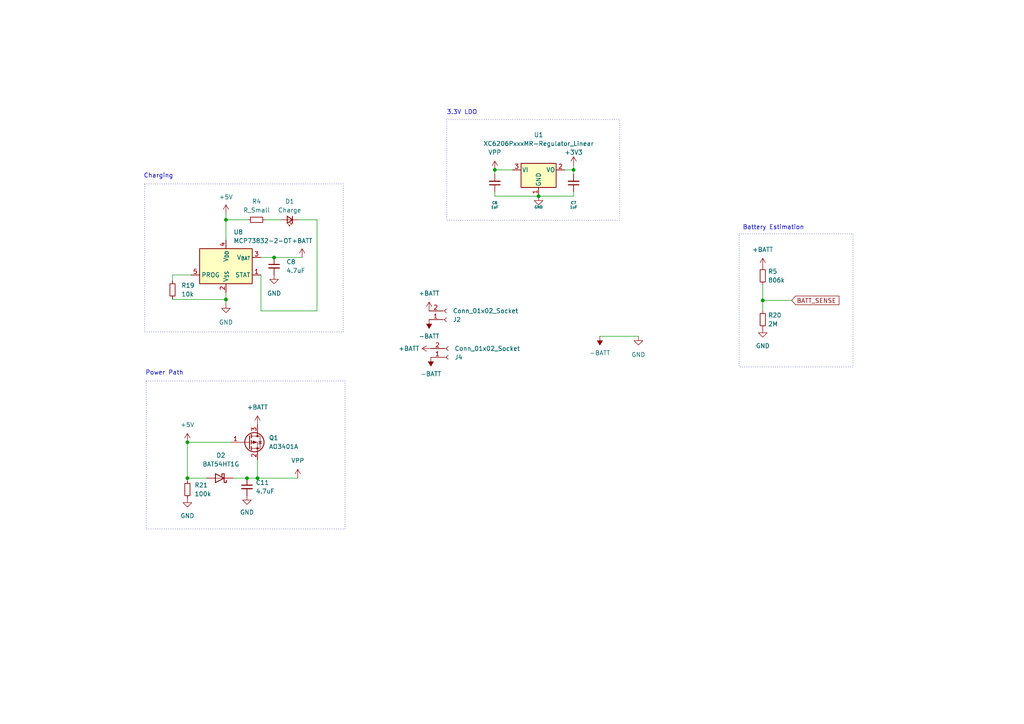
<source format=kicad_sch>
(kicad_sch (version 20230121) (generator eeschema)
  (paper "A4")
  (lib_symbols
    (symbol "+5V_1" (power) (pin_names (offset 0))
      (property "Value" "+5V_1" (at 0 3.556 0))
      (symbol "+5V_1_0_1"
        (polyline (pts (xy -0.762 1.27) (xy 0 2.54)))
        (polyline (pts (xy 0 0) (xy 0 2.54)))
        (polyline (pts (xy 0 2.54) (xy 0.762 1.27)))
      )
      (symbol "+5V_1_1_1"
        (pin power_in line (at 0 0 90) (length 0) hide (name "+5V") (number "1"))
      )
    )
    (symbol "+5V_2" (power) (pin_names (offset 0))
      (property "Value" "+5V_2" (at 0 3.556 0))
      (symbol "+5V_2_0_1"
        (polyline (pts (xy -0.762 1.27) (xy 0 2.54)))
        (polyline (pts (xy 0 0) (xy 0 2.54)))
        (polyline (pts (xy 0 2.54) (xy 0.762 1.27)))
      )
      (symbol "+5V_2_1_1"
        (pin power_in line (at 0 0 90) (length 0) hide (name "+5V") (number "1"))
      )
    )
    (symbol "Battery_Management:MCP73832-2-OT"
      (property "Reference" "U" (at -7.62 6.35 0))
      (property "Value" "MCP73832-2-OT" (at 1.27 6.35 0))
      (symbol "MCP73832-2-OT_0_1"
        (rectangle (start -7.62 5.08) (end 7.62 -5.08) (stroke (width 0.254)) (fill (type background)))
      )
      (symbol "MCP73832-2-OT_1_1"
        (pin output line (at 10.16 -2.54 180) (length 2.54) (name "STAT") (number "1"))
        (pin power_in line (at 0 -7.62 90) (length 2.54) (name "V_{SS}") (number "2"))
        (pin power_out line (at 10.16 2.54 180) (length 2.54) (name "V_{BAT}") (number "3"))
        (pin power_in line (at 0 7.62 270) (length 2.54) (name "V_{DD}") (number "4"))
        (pin input line (at -10.16 -2.54 0) (length 2.54) (name "PROG") (number "5"))
      )
    )
    (symbol "Connector:Conn_01x02_Socket" (pin_names (offset 1.016) hide)
      (property "Reference" "J" (at 0 2.54 0))
      (property "Value" "Conn_01x02_Socket" (at 0 -5.08 0))
      (symbol "Conn_01x02_Socket_1_1"
        (arc (start 0 -2.032) (mid -0.5058 -2.54) (end 0 -3.048) (stroke (width 0.1524)))
        (polyline (pts (xy -1.27 -2.54) (xy -0.508 -2.54)) (stroke (width 0.1524)))
        (polyline (pts (xy -1.27 0) (xy -0.508 0)) (stroke (width 0.1524)))
        (arc (start 0 0.508) (mid -0.5058 0) (end 0 -0.508) (stroke (width 0.1524)))
        (pin passive line (at -5.08 0 0) (length 3.81) (name "Pin_1") (number "1"))
        (pin passive line (at -5.08 -2.54 0) (length 3.81) (name "Pin_2") (number "2"))
      )
    )
    (symbol "Device:C_Small" (pin_numbers hide) (pin_names (offset 0.254) hide)
      (property "Reference" "C" (at 0.254 1.778 0))
      (property "Value" "C_Small" (at 0.254 -2.032 0))
      (symbol "C_Small_0_1"
        (polyline (pts (xy -1.524 -0.508) (xy 1.524 -0.508)) (stroke (width 0.3302)))
        (polyline (pts (xy -1.524 0.508) (xy 1.524 0.508)) (stroke (width 0.3048)))
      )
      (symbol "C_Small_1_1"
        (pin passive line (at 0 2.54 270) (length 2.032) (name "~") (number "1"))
        (pin passive line (at 0 -2.54 90) (length 2.032) (name "~") (number "2"))
      )
    )
    (symbol "Device:D_Schottky" (pin_numbers hide) (pin_names (offset 1.016) hide)
      (property "Reference" "D" (at 0 2.54 0))
      (property "Value" "D_Schottky" (at 0 -2.54 0))
      (symbol "D_Schottky_0_1"
        (polyline (pts (xy 1.27 0) (xy -1.27 0)))
        (polyline (pts (xy 1.27 1.27) (xy 1.27 -1.27) (xy -1.27 0) (xy 1.27 1.27)) (stroke (width 0.254)))
        (polyline (pts (xy -1.905 0.635) (xy -1.905 1.27) (xy -1.27 1.27) (xy -1.27 -1.27) (xy -0.635 -1.27) (xy -0.635 -0.635)) (stroke (width 0.254)))
      )
      (symbol "D_Schottky_1_1"
        (pin passive line (at -3.81 0 0) (length 2.54) (name "K") (number "1"))
        (pin passive line (at 3.81 0 180) (length 2.54) (name "A") (number "2"))
      )
    )
    (symbol "Device:LED_Small" (pin_numbers hide) (pin_names (offset 0.254) hide)
      (property "Reference" "D" (at -1.27 3.175 0))
      (property "Value" "LED_Small" (at -4.445 -2.54 0))
      (symbol "LED_Small_0_1"
        (polyline (pts (xy -0.762 -1.016) (xy -0.762 1.016)) (stroke (width 0.254)))
        (polyline (pts (xy 1.016 0) (xy -0.762 0)))
        (polyline (pts (xy 0.762 -1.016) (xy -0.762 0) (xy 0.762 1.016) (xy 0.762 -1.016)) (stroke (width 0.254)))
        (polyline (pts (xy 0 0.762) (xy -0.508 1.27) (xy -0.254 1.27) (xy -0.508 1.27) (xy -0.508 1.016)))
        (polyline (pts (xy 0.508 1.27) (xy 0 1.778) (xy 0.254 1.778) (xy 0 1.778) (xy 0 1.524)))
      )
      (symbol "LED_Small_1_1"
        (pin passive line (at -2.54 0 0) (length 1.778) (name "K") (number "1"))
        (pin passive line (at 2.54 0 180) (length 1.778) (name "A") (number "2"))
      )
    )
    (symbol "Device:R_Small" (pin_numbers hide) (pin_names (offset 0.254) hide)
      (property "Reference" "R" (at 0.762 0.508 0))
      (property "Value" "R_Small" (at 0.762 -1.016 0))
      (symbol "R_Small_0_1"
        (rectangle (start -0.762 1.778) (end 0.762 -1.778) (stroke (width 0.2032)))
      )
      (symbol "R_Small_1_1"
        (pin passive line (at 0 2.54 270) (length 0.762) (name "~") (number "1"))
        (pin passive line (at 0 -2.54 90) (length 0.762) (name "~") (number "2"))
      )
    )
    (symbol "Transistor_FET:AO3401A" (pin_names hide)
      (property "Reference" "Q" (at 5.08 1.905 0))
      (property "Value" "AO3401A" (at 5.08 0 0))
      (symbol "AO3401A_0_1"
        (polyline (pts (xy 0.254 0) (xy -2.54 0)))
        (polyline (pts (xy 0.254 1.905) (xy 0.254 -1.905)) (stroke (width 0.254)))
        (polyline (pts (xy 0.762 -1.27) (xy 0.762 -2.286)) (stroke (width 0.254)))
        (polyline (pts (xy 0.762 0.508) (xy 0.762 -0.508)) (stroke (width 0.254)))
        (polyline (pts (xy 0.762 2.286) (xy 0.762 1.27)) (stroke (width 0.254)))
        (polyline (pts (xy 2.54 2.54) (xy 2.54 1.778)))
        (polyline (pts (xy 2.54 -2.54) (xy 2.54 0) (xy 0.762 0)))
        (polyline (pts (xy 0.762 1.778) (xy 3.302 1.778) (xy 3.302 -1.778) (xy 0.762 -1.778)))
        (polyline (pts (xy 2.286 0) (xy 1.27 0.381) (xy 1.27 -0.381) (xy 2.286 0)) (fill (type outline)))
        (polyline (pts (xy 2.794 -0.508) (xy 2.921 -0.381) (xy 3.683 -0.381) (xy 3.81 -0.254)))
        (polyline (pts (xy 3.302 -0.381) (xy 2.921 0.254) (xy 3.683 0.254) (xy 3.302 -0.381)))
        (circle (center 1.651 0) (radius 2.794) (stroke (width 0.254)))
        (circle (center 2.54 -1.778) (radius 0.254) (fill (type outline)))
        (circle (center 2.54 1.778) (radius 0.254) (fill (type outline)))
      )
      (symbol "AO3401A_1_1"
        (pin input line (at -5.08 0 0) (length 2.54) (name "G") (number "1"))
        (pin passive line (at 2.54 -5.08 90) (length 2.54) (name "S") (number "2"))
        (pin passive line (at 2.54 5.08 270) (length 2.54) (name "D") (number "3"))
      )
    )
    (symbol "kicad-keyboard-parts:XC6206PxxxMR-Regulator_Linear" (pin_names (offset 0.254))
      (property "Reference" "U" (at -3.81 3.175 0))
      (property "Value" "XC6206PxxxMR-Regulator_Linear" (at 0 3.175 0))
      (property "LCSC" "C5446" (at 0 0 0))
      (symbol "XC6206PxxxMR-Regulator_Linear_0_1"
        (rectangle (start -5.08 1.905) (end 5.08 -5.08) (stroke (width 0.254)) (fill (type background)))
      )
      (symbol "XC6206PxxxMR-Regulator_Linear_1_1"
        (pin power_in line (at 0 -7.62 90) (length 2.54) (name "GND") (number "1"))
        (pin power_out line (at 7.62 0 180) (length 2.54) (name "VO") (number "2"))
        (pin power_in line (at -7.62 0 0) (length 2.54) (name "VI") (number "3"))
      )
    )
    (symbol "power:+3V3" (power) (pin_names (offset 0))
      (property "Value" "+3V3" (at 0 3.556 0))
      (symbol "+3V3_0_1"
        (polyline (pts (xy -0.762 1.27) (xy 0 2.54)))
        (polyline (pts (xy 0 0) (xy 0 2.54)))
        (polyline (pts (xy 0 2.54) (xy 0.762 1.27)))
      )
      (symbol "+3V3_1_1"
        (pin power_in line (at 0 0 90) (length 0) hide (name "+3V3") (number "1"))
      )
    )
    (symbol "power:+BATT" (power) (pin_names (offset 0))
      (property "Value" "+BATT" (at 0 3.556 0))
      (symbol "+BATT_0_1"
        (polyline (pts (xy -0.762 1.27) (xy 0 2.54)))
        (polyline (pts (xy 0 0) (xy 0 2.54)))
        (polyline (pts (xy 0 2.54) (xy 0.762 1.27)))
      )
      (symbol "+BATT_1_1"
        (pin power_in line (at 0 0 90) (length 0) hide (name "+BATT") (number "1"))
      )
    )
    (symbol "power:-BATT" (power) (pin_names (offset 0))
      (property "Value" "-BATT" (at 0 3.556 0))
      (symbol "-BATT_0_1"
        (polyline (pts (xy 0 0) (xy 0 2.54)))
        (polyline (pts (xy 0.762 1.27) (xy -0.762 1.27) (xy 0 2.54) (xy 0.762 1.27)) (fill (type outline)))
      )
      (symbol "-BATT_1_1"
        (pin power_in line (at 0 0 90) (length 0) hide (name "-BATT") (number "1"))
      )
    )
    (symbol "power:GND" (power) (pin_names (offset 0))
      (property "Value" "GND" (at 0 -3.81 0))
      (symbol "GND_0_1"
        (polyline (pts (xy 0 0) (xy 0 -1.27) (xy 1.27 -1.27) (xy 0 -2.54) (xy -1.27 -1.27) (xy 0 -1.27)))
      )
      (symbol "GND_1_1"
        (pin power_in line (at 0 0 270) (length 0) hide (name "GND") (number "1"))
      )
    )
    (symbol "power:VPP" (power) (pin_names (offset 0))
      (property "Value" "VPP" (at 0 3.81 0))
      (symbol "VPP_0_1"
        (polyline (pts (xy -0.762 1.27) (xy 0 2.54)))
        (polyline (pts (xy 0 0) (xy 0 2.54)))
        (polyline (pts (xy 0 2.54) (xy 0.762 1.27)))
      )
      (symbol "VPP_1_1"
        (pin power_in line (at 0 0 90) (length 0) hide (name "VPP") (number "1"))
      )
    )
  )
  (junction (at 79.502 74.676))
  (junction (at 221.234 87.122))
  (junction (at 156.21 56.896) (diameter 0.9144))
  (junction (at 71.628 138.684))
  (junction (at 65.532 86.868))
  (junction (at 65.532 63.754))
  (junction (at 54.356 128.27))
  (junction (at 54.356 138.684))
  (junction (at 74.676 138.684))
  (junction (at 143.51 49.276))
  (junction (at 166.37 49.276))
  (wire (pts (xy 76.962 63.754) (xy 81.534 63.754)))
  (wire (pts (xy 221.234 82.55) (xy 221.234 87.122)))
  (wire (pts (xy 67.564 138.684) (xy 71.628 138.684)))
  (wire (pts (xy 54.356 128.27) (xy 54.356 138.684)))
  (wire (pts (xy 86.614 63.754) (xy 91.948 63.754)))
  (wire (pts (xy 91.948 90.17) (xy 91.948 63.754)))
  (wire (pts (xy 75.692 79.756) (xy 75.692 90.17)))
  (wire (pts (xy 75.692 90.17) (xy 91.948 90.17)))
  (wire (pts (xy 50.038 86.614) (xy 50.038 86.868)))
  (wire (pts (xy 221.234 87.122) (xy 229.616 87.122)))
  (wire (pts (xy 166.37 48.006) (xy 166.37 49.276)))
  (wire (pts (xy 143.51 55.626) (xy 143.51 56.896)))
  (wire (pts (xy 54.356 138.684) (xy 54.356 139.446)))
  (wire (pts (xy 65.532 63.754) (xy 71.882 63.754)))
  (wire (pts (xy 166.37 49.276) (xy 166.37 50.546)))
  (wire (pts (xy 71.628 138.684) (xy 74.676 138.684)))
  (wire (pts (xy 173.99 97.536) (xy 185.166 97.536)))
  (wire (pts (xy 221.234 87.122) (xy 221.234 90.17)))
  (wire (pts (xy 143.51 49.276) (xy 143.51 50.546)))
  (wire (pts (xy 166.37 55.626) (xy 166.37 56.896)))
  (wire (pts (xy 50.038 81.534) (xy 50.038 79.756)))
  (wire (pts (xy 65.532 63.754) (xy 65.532 69.596)))
  (wire (pts (xy 54.356 138.684) (xy 59.944 138.684)))
  (wire (pts (xy 74.676 138.684) (xy 86.36 138.684)))
  (wire (pts (xy 75.692 74.676) (xy 79.502 74.676)))
  (wire (pts (xy 65.532 84.836) (xy 65.532 86.868)))
  (wire (pts (xy 156.21 56.896) (xy 143.51 56.896)))
  (wire (pts (xy 156.21 56.896) (xy 166.37 56.896)))
  (wire (pts (xy 65.532 86.868) (xy 65.532 88.138)))
  (wire (pts (xy 50.038 79.756) (xy 55.372 79.756)))
  (wire (pts (xy 54.356 128.27) (xy 67.056 128.27)))
  (wire (pts (xy 50.038 86.868) (xy 65.532 86.868)))
  (wire (pts (xy 74.676 138.684) (xy 74.676 133.35)))
  (wire (pts (xy 79.502 74.676) (xy 87.63 74.676)))
  (wire (pts (xy 143.51 49.276) (xy 148.59 49.276)))
  (wire (pts (xy 65.532 61.976) (xy 65.532 63.754)))
  (wire (pts (xy 163.83 49.276) (xy 166.37 49.276)))
  (rectangle (start 214.376 67.818) (end 247.396 106.426) (stroke (width 0) (type dot)))
  (rectangle (start 41.91 53.34) (end 99.568 96.266) (stroke (width 0) (type dot)))
  (rectangle (start 42.418 110.49) (end 100.076 153.416) (stroke (width 0) (type dot)))
  (rectangle (start 129.54 34.671) (end 179.705 63.881) (stroke (width 0) (type dot)))
  (text "3.3V LDO" (at 129.54 33.401 0) (effects (font (size 1.27 1.27)) (justify left bottom)))
  (text "Charging" (at 41.656 51.816 0) (effects (font (size 1.27 1.27)) (justify left bottom)))
  (text "Power Path" (at 42.164 108.966 0) (effects (font (size 1.27 1.27)) (justify left bottom)))
  (text "Battery Estimation" (at 215.392 66.802 0) (effects (font (size 1.27 1.27)) (justify left bottom)))
  (global_label "BATT_SENSE" (shape input) (at 229.616 87.122 0) (property "Intersheetrefs" "${INTERSHEET_REFS}" (effects hide)))
  (symbol (lib_id "power:GND") (at 185.166 97.536 0) (unit 1)
    (property "Reference" "#PWR049" (effects hide))
    (property "Value" "GND" (at 185.166 102.87 0))
  )
  (symbol (lib_id "Transistor_FET:AO3401A") (at 72.136 128.27 0) (unit 1)
    (property "Reference" "Q1" (at 77.978 127 0) (effects (justify left)))
    (property "Value" "AO3401A" (at 77.978 129.54 0) (effects (justify left)))
    (property "Footprint" "Package_TO_SOT_SMD:SOT-23" (effects hide))
    (property "Datasheet" "http://www.aosmd.com/pdfs/datasheet/AO3401A.pdf" (effects hide))
    (property "MPN" "AO3401A" (effects hide))
    (property "LCSC" "C15127" (effects hide))
  )
  (symbol (lib_id "power:GND") (at 221.234 95.25 0) (unit 1)
    (property "Reference" "#PWR047" (effects hide))
    (property "Value" "GND" (at 221.234 100.33 0))
  )
  (symbol (lib_id "kicad-keyboard-parts:XC6206PxxxMR-Regulator_Linear") (at 156.21 49.276 0) (unit 1)
    (property "Reference" "U1" (at 156.21 39.116 0))
    (property "Value" "XC6206PxxxMR-Regulator_Linear" (at 156.21 41.656 0))
    (property "Footprint" "Package_TO_SOT_SMD:SOT-23" (effects hide))
    (property "Datasheet" "https://www.torexsemi.com/file/xc6206/XC6206.pdf" (effects hide))
    (property "LCSC" "C5446" (effects hide))
    (property "JlcRotOffset" "180" (effects hide))
  )
  (symbol (lib_id "Device:R_Small") (at 50.038 84.074 0) (unit 1)
    (property "Reference" "R19" (at 52.578 82.804 0) (effects (justify left)))
    (property "Value" "10k" (at 52.578 85.344 0) (effects (justify left)))
    (property "Footprint" "Resistor_SMD:R_0402_1005Metric" (effects hide))
    (property "LCSC" "C100047" (effects hide))
  )
  (symbol (lib_name "+5V_1") (lib_id "power:+5V") (at 65.532 61.976 0) (unit 1)
    (property "Reference" "#PWR021" (effects hide))
    (property "Value" "+5V" (at 65.532 57.15 0))
  )
  (symbol (lib_id "Connector:Conn_01x02_Socket") (at 129.54 92.71 0) (mirror x) (unit 1)
    (property "Reference" "J2" (at 131.318 92.71 0) (effects (justify left)))
    (property "Value" "Conn_01x02_Socket" (at 131.318 90.17 0) (effects (justify left)))
    (property "Footprint" "Connector_JST:JST_SH_SM02B-SRSS-TB_1x02-1MP_P1.00mm_Horizontal" (effects hide))
    (property "MPN" "SH-SM02B (SRSS)-TB" (effects hide))
  )
  (symbol (lib_id "power:-BATT") (at 124.46 92.71 180) (unit 1)
    (property "Reference" "#PWR046" (effects hide))
    (property "Value" "-BATT" (at 124.46 97.536 0))
  )
  (symbol (lib_id "Device:C_Small") (at 143.51 53.086 180) (unit 1)
    (property "Reference" "C6" (at 143.51 58.801 0) (effects (font (size 0.762 0.762))))
    (property "Value" "1uF" (at 143.51 60.071 0) (effects (font (size 0.762 0.762))))
    (property "Footprint" "Capacitor_SMD:C_0402_1005Metric" (effects hide))
    (property "LCSC" "C52923" (effects hide))
  )
  (symbol (lib_id "power:GND") (at 79.502 79.756 0) (unit 1)
    (property "Reference" "#PWR043" (effects hide))
    (property "Value" "GND" (at 79.502 85.09 0))
  )
  (symbol (lib_id "Device:C_Small") (at 79.502 77.216 0) (unit 1)
    (property "Reference" "C8" (at 83.058 75.9523 0) (effects (justify left)))
    (property "Value" "4.7uF" (at 83.058 78.4923 0) (effects (justify left)))
    (property "Footprint" "Capacitor_SMD:C_0402_1005Metric" (effects hide))
    (property "LCSC" "C1779" (effects hide))
  )
  (symbol (lib_id "Device:R_Small") (at 54.356 141.986 0) (unit 1)
    (property "Reference" "R21" (at 56.388 140.716 0) (effects (justify left)))
    (property "Value" "100k" (at 56.388 143.256 0) (effects (justify left)))
    (property "Footprint" "Resistor_SMD:R_0402_1005Metric" (effects hide))
    (property "LCSC" "C96346" (effects hide))
  )
  (symbol (lib_id "power:+BATT") (at 124.46 90.17 0) (unit 1)
    (property "Reference" "#PWR045" (effects hide))
    (property "Value" "+BATT" (at 124.46 85.09 0))
  )
  (symbol (lib_id "power:GND") (at 65.532 88.138 0) (unit 1)
    (property "Reference" "#PWR044" (effects hide))
    (property "Value" "GND" (at 65.532 93.472 0))
  )
  (symbol (lib_id "Device:R_Small") (at 221.234 92.71 0) (unit 1)
    (property "Reference" "R20" (at 222.758 91.44 0) (effects (justify left)))
    (property "Value" "2M" (at 222.758 93.98 0) (effects (justify left)))
    (property "Footprint" "Resistor_SMD:R_0402_1005Metric" (effects hide))
    (property "LCSC" "C228716" (effects hide))
    (property "LCSC Part Number" "C228716" (effects hide))
  )
  (symbol (lib_id "power:VPP") (at 143.51 49.276 0) (unit 1)
    (property "Reference" "#PWR057" (effects hide))
    (property "Value" "VPP" (at 143.51 44.196 0))
  )
  (symbol (lib_id "power:GND") (at 156.21 56.896 0) (unit 1)
    (property "Reference" "#PWR09" (effects hide))
    (property "Value" "GND" (at 156.21 60.071 0) (effects (font (size 0.762 0.762))))
  )
  (symbol (lib_id "power:+BATT") (at 221.234 77.47 0) (unit 1)
    (property "Reference" "#PWR042" (effects hide))
    (property "Value" "+BATT" (at 221.234 72.39 0))
  )
  (symbol (lib_id "power:+BATT") (at 87.63 74.676 0) (unit 1)
    (property "Reference" "#PWR023" (effects hide))
    (property "Value" "+BATT" (at 87.63 69.85 0))
  )
  (symbol (lib_id "power:-BATT") (at 124.968 103.632 180) (unit 1)
    (property "Reference" "#PWR051" (effects hide))
    (property "Value" "-BATT" (at 124.968 108.458 0))
  )
  (symbol (lib_name "+5V_2") (lib_id "power:+5V") (at 54.356 128.27 0) (unit 1)
    (property "Reference" "#PWR053" (effects hide))
    (property "Value" "+5V" (at 54.356 123.19 0))
  )
  (symbol (lib_id "Device:LED_Small") (at 84.074 63.754 180) (unit 1)
    (property "Reference" "D1" (at 84.0105 58.42 0))
    (property "Value" "Charge" (at 84.0105 60.96 0))
    (property "Footprint" "LED_SMD:LED_0805_2012Metric" (effects hide))
    (property "LCSC" "C2943978" (effects hide))
  )
  (symbol (lib_id "power:-BATT") (at 173.99 97.536 180) (unit 1)
    (property "Reference" "#PWR048" (effects hide))
    (property "Value" "-BATT" (at 173.99 102.362 0))
  )
  (symbol (lib_id "power:+3V3") (at 166.37 48.006 0) (unit 1)
    (property "Reference" "#PWR05" (effects hide))
    (property "Value" "+3V3" (at 166.37 44.196 0))
  )
  (symbol (lib_id "Device:C_Small") (at 166.37 53.086 180) (unit 1)
    (property "Reference" "C7" (at 166.37 58.801 0) (effects (font (size 0.762 0.762))))
    (property "Value" "1uF" (at 166.37 60.071 0) (effects (font (size 0.762 0.762))))
    (property "Footprint" "Capacitor_SMD:C_0402_1005Metric" (effects hide))
    (property "LCSC" "C52923" (effects hide))
  )
  (symbol (lib_id "power:GND") (at 54.356 144.526 0) (unit 1)
    (property "Reference" "#PWR056" (effects hide))
    (property "Value" "GND" (at 54.356 149.606 0))
  )
  (symbol (lib_id "Connector:Conn_01x02_Socket") (at 130.048 103.632 0) (mirror x) (unit 1) (in_bom no)
    (property "Reference" "J4" (at 131.826 103.632 0) (effects (justify left)))
    (property "Value" "Conn_01x02_Socket" (at 131.826 101.092 0) (effects (justify left)))
    (property "Footprint" "Connector_PinHeader_2.54mm:PinHeader_1x02_P2.54mm_Vertical" (effects hide))
  )
  (symbol (lib_id "Device:D_Schottky") (at 63.754 138.684 180) (unit 1)
    (property "Reference" "D2" (at 64.0715 132.08 0))
    (property "Value" "BAT54HT1G" (at 64.0715 134.62 0))
    (property "Footprint" "Diode_SMD:D_SOD-323" (effects hide))
    (property "MPN" "BAT54HT1G" (effects hide))
    (property "LCSC" "C179609" (effects hide))
  )
  (symbol (lib_id "power:GND") (at 71.628 143.764 0) (unit 1)
    (property "Reference" "#PWR055" (effects hide))
    (property "Value" "GND" (at 71.628 148.59 0))
  )
  (symbol (lib_id "Device:C_Small") (at 71.628 141.224 0) (unit 1)
    (property "Reference" "C11" (at 74.168 139.9603 0) (effects (justify left)))
    (property "Value" "4.7uF" (at 74.168 142.5003 0) (effects (justify left)))
    (property "Footprint" "Capacitor_SMD:C_0402_1005Metric" (effects hide))
    (property "LCSC" "C1779" (effects hide))
  )
  (symbol (lib_id "power:VPP") (at 86.36 138.684 0) (unit 1)
    (property "Reference" "#PWR054" (effects hide))
    (property "Value" "VPP" (at 86.36 133.604 0))
  )
  (symbol (lib_id "power:+BATT") (at 74.676 123.19 0) (unit 1)
    (property "Reference" "#PWR052" (effects hide))
    (property "Value" "+BATT" (at 74.676 118.11 0))
  )
  (symbol (lib_id "Device:R_Small") (at 74.422 63.754 90) (unit 1)
    (property "Reference" "R4" (at 74.422 58.42 90))
    (property "Value" "R_Small" (at 74.422 60.96 90))
    (property "Footprint" "Resistor_SMD:R_0402_1005Metric" (effects hide))
    (property "LCSC" "C2828866" (effects hide))
  )
  (symbol (lib_id "Battery_Management:MCP73832-2-OT") (at 65.532 77.216 0) (unit 1)
    (property "Reference" "U8" (at 67.7261 67.31 0) (effects (justify left)))
    (property "Value" "MCP73832-2-OT" (at 67.7261 69.85 0) (effects (justify left)))
    (property "Footprint" "Package_TO_SOT_SMD:SOT-23-5" (effects hide))
    (property "Datasheet" "http://ww1.microchip.com/downloads/en/DeviceDoc/20001984g.pdf" (effects hide))
    (property "MPN" "MCP73832-2-OT" (effects hide))
    (property "LCSC" "C38066" (effects hide))
  )
  (symbol (lib_id "Device:R_Small") (at 221.234 80.01 0) (unit 1)
    (property "Reference" "R5" (at 222.758 78.74 0) (effects (justify left)))
    (property "Value" "806k" (at 222.758 81.28 0) (effects (justify left)))
    (property "Footprint" "Resistor_SMD:R_0402_1005Metric" (effects hide))
    (property "LCSC" "C3016844" (effects hide))
  )
  (symbol (lib_id "power:+BATT") (at 124.968 101.092 90) (unit 1)
    (property "Reference" "#PWR050" (effects hide))
    (property "Value" "+BATT" (at 121.666 101.092 90) (effects (justify left)))
  )
)
</source>
